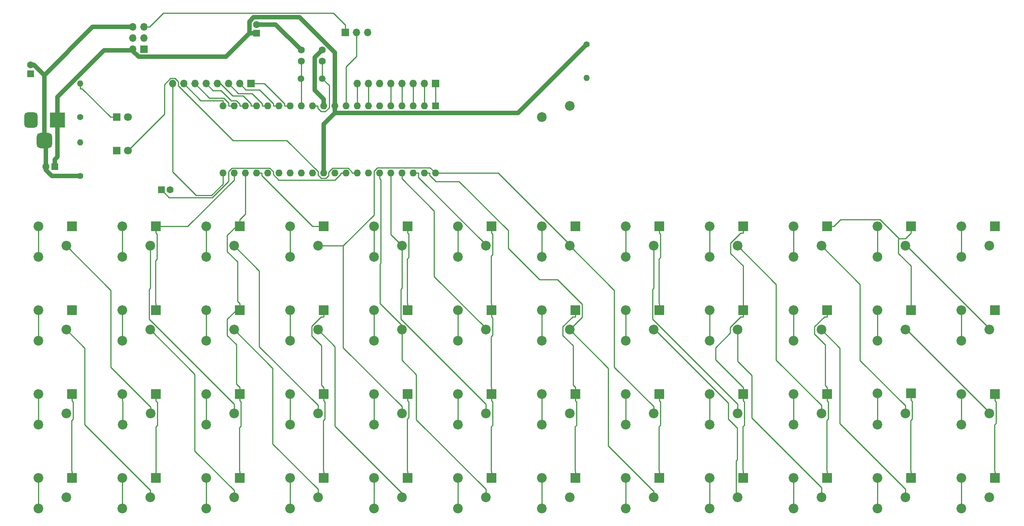
<source format=gbr>
%TF.GenerationSoftware,KiCad,Pcbnew,(6.0.0-0)*%
%TF.CreationDate,2022-09-22T00:13:08-04:00*%
%TF.ProjectId,justin-freetracing,6a757374-696e-42d6-9672-656574726163,rev?*%
%TF.SameCoordinates,Original*%
%TF.FileFunction,Copper,L2,Bot*%
%TF.FilePolarity,Positive*%
%FSLAX46Y46*%
G04 Gerber Fmt 4.6, Leading zero omitted, Abs format (unit mm)*
G04 Created by KiCad (PCBNEW (6.0.0-0)) date 2022-09-22 00:13:08*
%MOMM*%
%LPD*%
G01*
G04 APERTURE LIST*
G04 Aperture macros list*
%AMRoundRect*
0 Rectangle with rounded corners*
0 $1 Rounding radius*
0 $2 $3 $4 $5 $6 $7 $8 $9 X,Y pos of 4 corners*
0 Add a 4 corners polygon primitive as box body*
4,1,4,$2,$3,$4,$5,$6,$7,$8,$9,$2,$3,0*
0 Add four circle primitives for the rounded corners*
1,1,$1+$1,$2,$3*
1,1,$1+$1,$4,$5*
1,1,$1+$1,$6,$7*
1,1,$1+$1,$8,$9*
0 Add four rect primitives between the rounded corners*
20,1,$1+$1,$2,$3,$4,$5,0*
20,1,$1+$1,$4,$5,$6,$7,0*
20,1,$1+$1,$6,$7,$8,$9,0*
20,1,$1+$1,$8,$9,$2,$3,0*%
G04 Aperture macros list end*
%TA.AperFunction,ComponentPad*%
%ADD10C,2.200000*%
%TD*%
%TA.AperFunction,ComponentPad*%
%ADD11R,1.700000X1.700000*%
%TD*%
%TA.AperFunction,ComponentPad*%
%ADD12O,1.700000X1.700000*%
%TD*%
%TA.AperFunction,ComponentPad*%
%ADD13R,1.600000X1.600000*%
%TD*%
%TA.AperFunction,ComponentPad*%
%ADD14C,1.600000*%
%TD*%
%TA.AperFunction,ComponentPad*%
%ADD15O,1.600000X1.600000*%
%TD*%
%TA.AperFunction,ComponentPad*%
%ADD16R,1.800000X1.800000*%
%TD*%
%TA.AperFunction,ComponentPad*%
%ADD17C,1.800000*%
%TD*%
%TA.AperFunction,ComponentPad*%
%ADD18C,1.400000*%
%TD*%
%TA.AperFunction,ComponentPad*%
%ADD19O,1.400000X1.400000*%
%TD*%
%TA.AperFunction,ComponentPad*%
%ADD20R,3.500000X3.500000*%
%TD*%
%TA.AperFunction,ComponentPad*%
%ADD21RoundRect,0.750000X-0.750000X-1.000000X0.750000X-1.000000X0.750000X1.000000X-0.750000X1.000000X0*%
%TD*%
%TA.AperFunction,ComponentPad*%
%ADD22RoundRect,0.875000X-0.875000X-0.875000X0.875000X-0.875000X0.875000X0.875000X-0.875000X0.875000X0*%
%TD*%
%TA.AperFunction,ComponentPad*%
%ADD23C,1.500000*%
%TD*%
%TA.AperFunction,ComponentPad*%
%ADD24R,2.200000X2.200000*%
%TD*%
%TA.AperFunction,ComponentPad*%
%ADD25O,2.200000X2.200000*%
%TD*%
%TA.AperFunction,Conductor*%
%ADD26C,0.250000*%
%TD*%
%TA.AperFunction,Conductor*%
%ADD27C,1.000000*%
%TD*%
G04 APERTURE END LIST*
D10*
%TO.P,K27,1,1*%
%TO.N,/KR2*%
X139700000Y-139700000D03*
%TO.P,K27,2,2*%
%TO.N,Net-(D27-Pad2)*%
X133350000Y-142240000D03*
%TD*%
%TO.P,K6,1,1*%
%TO.N,/KR5*%
X44450000Y-120650000D03*
%TO.P,K6,2,2*%
%TO.N,Net-(D6-Pad2)*%
X38100000Y-123190000D03*
%TD*%
%TO.P,K26,1,1*%
%TO.N,/KR1*%
X139700000Y-120650000D03*
%TO.P,K26,2,2*%
%TO.N,Net-(D26-Pad2)*%
X133350000Y-123190000D03*
%TD*%
%TO.P,K25,1,1*%
%TO.N,/KR0*%
X139700000Y-101600000D03*
%TO.P,K25,2,2*%
%TO.N,Net-(D25-Pad2)*%
X133350000Y-104140000D03*
%TD*%
D11*
%TO.P,J3,1,Pin_1*%
%TO.N,/PB0*%
X109220000Y-64770000D03*
D12*
%TO.P,J3,2,Pin_2*%
%TO.N,/PB1*%
X106680000Y-64770000D03*
%TO.P,J3,3,Pin_3*%
%TO.N,/PB2*%
X104140000Y-64770000D03*
%TO.P,J3,4,Pin_4*%
%TO.N,/PB3*%
X101600000Y-64770000D03*
%TO.P,J3,5,Pin_5*%
%TO.N,/PB4*%
X99060000Y-64770000D03*
%TO.P,J3,6,Pin_6*%
%TO.N,/MOSI*%
X96520000Y-64770000D03*
%TO.P,J3,7,Pin_7*%
%TO.N,/MISO*%
X93980000Y-64770000D03*
%TO.P,J3,8,Pin_8*%
%TO.N,/PB7*%
X91440000Y-64770000D03*
%TD*%
D13*
%TO.P,C5,1*%
%TO.N,VCC*%
X17280000Y-62520000D03*
D14*
%TO.P,C5,2*%
%TO.N,GND*%
X17280000Y-60520000D03*
%TD*%
D13*
%TO.P,U1,1,PB0*%
%TO.N,/PB0*%
X109220000Y-69850000D03*
D15*
%TO.P,U1,2,PB1*%
%TO.N,/PB1*%
X106680000Y-69850000D03*
%TO.P,U1,3,PB2*%
%TO.N,/PB2*%
X104140000Y-69850000D03*
%TO.P,U1,4,PB3*%
%TO.N,/PB3*%
X101600000Y-69850000D03*
%TO.P,U1,5,PB4*%
%TO.N,/PB4*%
X99060000Y-69850000D03*
%TO.P,U1,6,PB5*%
%TO.N,/MOSI*%
X96520000Y-69850000D03*
%TO.P,U1,7,PB6*%
%TO.N,/MISO*%
X93980000Y-69850000D03*
%TO.P,U1,8,PB7*%
%TO.N,/PB7*%
X91440000Y-69850000D03*
%TO.P,U1,9,~{RESET}*%
%TO.N,Net-(SW1-Pad2)*%
X88900000Y-69850000D03*
%TO.P,U1,10,VCC*%
%TO.N,VCC*%
X86360000Y-69850000D03*
%TO.P,U1,11,GND*%
%TO.N,GND*%
X83820000Y-69850000D03*
%TO.P,U1,12,XTAL2*%
%TO.N,Net-(C2-Pad2)*%
X81280000Y-69850000D03*
%TO.P,U1,13,XTAL1*%
%TO.N,Net-(C1-Pad2)*%
X78740000Y-69850000D03*
%TO.P,U1,14,PD0*%
%TO.N,/PD0*%
X76200000Y-69850000D03*
%TO.P,U1,15,PD1*%
%TO.N,/PD1*%
X73660000Y-69850000D03*
%TO.P,U1,16,PD2*%
%TO.N,/PD2*%
X71120000Y-69850000D03*
%TO.P,U1,17,PD3*%
%TO.N,/PD3*%
X68580000Y-69850000D03*
%TO.P,U1,18,PD4*%
%TO.N,/PD4*%
X66040000Y-69850000D03*
%TO.P,U1,19,PD5*%
%TO.N,/PD5*%
X63500000Y-69850000D03*
%TO.P,U1,20,PD6*%
%TO.N,/PD6*%
X60960000Y-69850000D03*
%TO.P,U1,21,PD7*%
%TO.N,/PD7*%
X60960000Y-85090000D03*
%TO.P,U1,22,PC0*%
%TO.N,/KC0*%
X63500000Y-85090000D03*
%TO.P,U1,23,PC1*%
%TO.N,/KC1*%
X66040000Y-85090000D03*
%TO.P,U1,24,PC2*%
%TO.N,/KC2*%
X68580000Y-85090000D03*
%TO.P,U1,25,PC3*%
%TO.N,/KC3*%
X71120000Y-85090000D03*
%TO.P,U1,26,PC4*%
%TO.N,/KC4*%
X73660000Y-85090000D03*
%TO.P,U1,27,PC5*%
%TO.N,/KC5*%
X76200000Y-85090000D03*
%TO.P,U1,28,PC6*%
%TO.N,/KC6*%
X78740000Y-85090000D03*
%TO.P,U1,29,PC7*%
%TO.N,/KC7*%
X81280000Y-85090000D03*
%TO.P,U1,30,AVCC*%
%TO.N,VCC*%
X83820000Y-85090000D03*
%TO.P,U1,31,GND*%
%TO.N,GND*%
X86360000Y-85090000D03*
%TO.P,U1,32,AREF*%
%TO.N,Net-(C3-Pad1)*%
X88900000Y-85090000D03*
%TO.P,U1,33,PA7*%
%TO.N,/PA7*%
X91440000Y-85090000D03*
%TO.P,U1,34,PA6*%
%TO.N,/PA6*%
X93980000Y-85090000D03*
%TO.P,U1,35,PA5*%
%TO.N,/KR5*%
X96520000Y-85090000D03*
%TO.P,U1,36,PA4*%
%TO.N,/KR4*%
X99060000Y-85090000D03*
%TO.P,U1,37,PA3*%
%TO.N,/KR3*%
X101600000Y-85090000D03*
%TO.P,U1,38,PA2*%
%TO.N,/KR2*%
X104140000Y-85090000D03*
%TO.P,U1,39,PA1*%
%TO.N,/KR1*%
X106680000Y-85090000D03*
%TO.P,U1,40,PA0*%
%TO.N,/KR0*%
X109220000Y-85090000D03*
%TD*%
D10*
%TO.P,K44,1,1*%
%TO.N,/KR1*%
X215900000Y-158750000D03*
%TO.P,K44,2,2*%
%TO.N,Net-(D44-Pad2)*%
X209550000Y-161290000D03*
%TD*%
%TO.P,K33,1,1*%
%TO.N,/KR2*%
X177800000Y-101600000D03*
%TO.P,K33,2,2*%
%TO.N,Net-(D33-Pad2)*%
X171450000Y-104140000D03*
%TD*%
%TO.P,K2,1,1*%
%TO.N,/KR1*%
X25400000Y-120650000D03*
%TO.P,K2,2,2*%
%TO.N,Net-(D2-Pad2)*%
X19050000Y-123190000D03*
%TD*%
D13*
%TO.P,C3,1*%
%TO.N,Net-(C3-Pad1)*%
X46990000Y-88900000D03*
D14*
%TO.P,C3,2*%
%TO.N,GND*%
X48990000Y-88900000D03*
%TD*%
D10*
%TO.P,K36,1,1*%
%TO.N,/KR5*%
X177800000Y-158750000D03*
%TO.P,K36,2,2*%
%TO.N,Net-(D36-Pad2)*%
X171450000Y-161290000D03*
%TD*%
%TO.P,K8,1,1*%
%TO.N,/KR1*%
X44450000Y-158750000D03*
%TO.P,K8,2,2*%
%TO.N,Net-(D8-Pad2)*%
X38100000Y-161290000D03*
%TD*%
D16*
%TO.P,D50,1,K*%
%TO.N,Net-(D50-Pad1)*%
X36830000Y-80010000D03*
D17*
%TO.P,D50,2,A*%
%TO.N,/PA7*%
X39370000Y-80010000D03*
%TD*%
D10*
%TO.P,K12,1,1*%
%TO.N,/KR5*%
X63500000Y-158750000D03*
%TO.P,K12,2,2*%
%TO.N,Net-(D12-Pad2)*%
X57150000Y-161290000D03*
%TD*%
%TO.P,K5,1,1*%
%TO.N,/KR4*%
X44450000Y-101600000D03*
%TO.P,K5,2,2*%
%TO.N,Net-(D5-Pad2)*%
X38100000Y-104140000D03*
%TD*%
%TO.P,K14,1,1*%
%TO.N,/KR1*%
X82550000Y-120650000D03*
%TO.P,K14,2,2*%
%TO.N,Net-(D14-Pad2)*%
X76200000Y-123190000D03*
%TD*%
%TO.P,K38,1,1*%
%TO.N,/KR1*%
X196850000Y-120650000D03*
%TO.P,K38,2,2*%
%TO.N,Net-(D38-Pad2)*%
X190500000Y-123190000D03*
%TD*%
D13*
%TO.P,C4,1*%
%TO.N,VCC*%
X68580000Y-53340000D03*
D14*
%TO.P,C4,2*%
%TO.N,GND*%
X68580000Y-51340000D03*
%TD*%
D10*
%TO.P,K23,1,1*%
%TO.N,/KR4*%
X120650000Y-139700000D03*
%TO.P,K23,2,2*%
%TO.N,Net-(D23-Pad2)*%
X114300000Y-142240000D03*
%TD*%
%TO.P,K16,1,1*%
%TO.N,/KR3*%
X82550000Y-158750000D03*
%TO.P,K16,2,2*%
%TO.N,Net-(D16-Pad2)*%
X76200000Y-161290000D03*
%TD*%
D18*
%TO.P,R1,1*%
%TO.N,GND*%
X28575000Y-72390000D03*
D19*
%TO.P,R1,2*%
%TO.N,Net-(D49-Pad1)*%
X28575000Y-64770000D03*
%TD*%
D10*
%TO.P,K10,1,1*%
%TO.N,/KR3*%
X63500000Y-120650000D03*
%TO.P,K10,2,2*%
%TO.N,Net-(D10-Pad2)*%
X57150000Y-123190000D03*
%TD*%
%TO.P,K43,1,1*%
%TO.N,/KR0*%
X215900000Y-139700000D03*
%TO.P,K43,2,2*%
%TO.N,Net-(D43-Pad2)*%
X209550000Y-142240000D03*
%TD*%
%TO.P,K49,1,1*%
%TO.N,Net-(K49-Pad1)*%
X139700000Y-69850000D03*
%TO.P,K49,2,2*%
%TO.N,GND*%
X133350000Y-72390000D03*
%TD*%
%TO.P,K48,1,1*%
%TO.N,/KR5*%
X234950000Y-139700000D03*
%TO.P,K48,2,2*%
%TO.N,Net-(D48-Pad2)*%
X228600000Y-142240000D03*
%TD*%
%TO.P,K13,1,1*%
%TO.N,/KR0*%
X82550000Y-101600000D03*
%TO.P,K13,2,2*%
%TO.N,Net-(D13-Pad2)*%
X76200000Y-104140000D03*
%TD*%
D11*
%TO.P,SW1,1,A*%
%TO.N,/~RESET*%
X88740000Y-53117500D03*
D12*
%TO.P,SW1,2,B*%
%TO.N,Net-(SW1-Pad2)*%
X91280000Y-53117500D03*
%TO.P,SW1,3,C*%
%TO.N,Net-(K49-Pad1)*%
X93820000Y-53117500D03*
%TD*%
D10*
%TO.P,K29,1,1*%
%TO.N,/KR4*%
X158750000Y-101600000D03*
%TO.P,K29,2,2*%
%TO.N,Net-(D29-Pad2)*%
X152400000Y-104140000D03*
%TD*%
%TO.P,K15,1,1*%
%TO.N,/KR2*%
X82550000Y-139700000D03*
%TO.P,K15,2,2*%
%TO.N,Net-(D15-Pad2)*%
X76200000Y-142240000D03*
%TD*%
%TO.P,K7,1,1*%
%TO.N,/KR0*%
X44577000Y-139700000D03*
%TO.P,K7,2,2*%
%TO.N,Net-(D7-Pad2)*%
X38227000Y-142240000D03*
%TD*%
%TO.P,K47,1,1*%
%TO.N,/KR4*%
X234950000Y-120650000D03*
%TO.P,K47,2,2*%
%TO.N,Net-(D47-Pad2)*%
X228600000Y-123190000D03*
%TD*%
%TO.P,K28,1,1*%
%TO.N,/KR3*%
X139700000Y-158750000D03*
%TO.P,K28,2,2*%
%TO.N,Net-(D28-Pad2)*%
X133350000Y-161290000D03*
%TD*%
%TO.P,K46,1,1*%
%TO.N,/KR3*%
X234950000Y-101600000D03*
%TO.P,K46,2,2*%
%TO.N,Net-(D46-Pad2)*%
X228600000Y-104140000D03*
%TD*%
%TO.P,K9,1,1*%
%TO.N,/KR2*%
X63500000Y-101600000D03*
%TO.P,K9,2,2*%
%TO.N,Net-(D9-Pad2)*%
X57150000Y-104140000D03*
%TD*%
D13*
%TO.P,C6,1*%
%TO.N,VCC*%
X22800000Y-83640000D03*
D14*
%TO.P,C6,2*%
%TO.N,GND*%
X20800000Y-83640000D03*
%TD*%
D10*
%TO.P,K20,1,1*%
%TO.N,/KR1*%
X101600000Y-158750000D03*
%TO.P,K20,2,2*%
%TO.N,Net-(D20-Pad2)*%
X95250000Y-161290000D03*
%TD*%
%TO.P,K45,1,1*%
%TO.N,/KR2*%
X234950000Y-158750000D03*
%TO.P,K45,2,2*%
%TO.N,Net-(D45-Pad2)*%
X228600000Y-161290000D03*
%TD*%
D18*
%TO.P,R2,1*%
%TO.N,GND*%
X28575000Y-85725000D03*
D19*
%TO.P,R2,2*%
%TO.N,Net-(D50-Pad1)*%
X28575000Y-78105000D03*
%TD*%
D10*
%TO.P,K17,1,1*%
%TO.N,/KR4*%
X101600000Y-101600000D03*
%TO.P,K17,2,2*%
%TO.N,Net-(D17-Pad2)*%
X95250000Y-104140000D03*
%TD*%
%TO.P,K34,1,1*%
%TO.N,/KR3*%
X177800000Y-120650000D03*
%TO.P,K34,2,2*%
%TO.N,Net-(D34-Pad2)*%
X171450000Y-123190000D03*
%TD*%
%TO.P,K32,1,1*%
%TO.N,/KR1*%
X158750000Y-158750000D03*
%TO.P,K32,2,2*%
%TO.N,Net-(D32-Pad2)*%
X152400000Y-161290000D03*
%TD*%
%TO.P,K40,1,1*%
%TO.N,/KR3*%
X196850000Y-158750000D03*
%TO.P,K40,2,2*%
%TO.N,Net-(D40-Pad2)*%
X190500000Y-161290000D03*
%TD*%
%TO.P,K31,1,1*%
%TO.N,/KR0*%
X158750000Y-139700000D03*
%TO.P,K31,2,2*%
%TO.N,Net-(D31-Pad2)*%
X152400000Y-142240000D03*
%TD*%
%TO.P,K18,1,1*%
%TO.N,/KR5*%
X101600000Y-120650000D03*
%TO.P,K18,2,2*%
%TO.N,Net-(D18-Pad2)*%
X95250000Y-123190000D03*
%TD*%
%TO.P,K41,1,1*%
%TO.N,/KR4*%
X215900000Y-101600000D03*
%TO.P,K41,2,2*%
%TO.N,Net-(D41-Pad2)*%
X209550000Y-104140000D03*
%TD*%
%TO.P,K39,1,1*%
%TO.N,/KR2*%
X196850000Y-139700000D03*
%TO.P,K39,2,2*%
%TO.N,Net-(D39-Pad2)*%
X190500000Y-142240000D03*
%TD*%
%TO.P,K21,1,1*%
%TO.N,/KR2*%
X120650000Y-101600000D03*
%TO.P,K21,2,2*%
%TO.N,Net-(D21-Pad2)*%
X114300000Y-104140000D03*
%TD*%
D11*
%TO.P,J2,1,Pin_1*%
%TO.N,/MISO*%
X43060000Y-56980000D03*
D12*
%TO.P,J2,2,Pin_2*%
%TO.N,VCC*%
X40520000Y-56980000D03*
%TO.P,J2,3,Pin_3*%
%TO.N,/PB7*%
X43060000Y-54440000D03*
%TO.P,J2,4,Pin_4*%
%TO.N,/MOSI*%
X40520000Y-54440000D03*
%TO.P,J2,5,Pin_5*%
%TO.N,/~RESET*%
X43060000Y-51900000D03*
%TO.P,J2,6,Pin_6*%
%TO.N,GND*%
X40520000Y-51900000D03*
%TD*%
D18*
%TO.P,R3,1*%
%TO.N,VCC*%
X143510000Y-55880000D03*
D19*
%TO.P,R3,2*%
%TO.N,Net-(K49-Pad1)*%
X143510000Y-63500000D03*
%TD*%
D20*
%TO.P,J5,1*%
%TO.N,VCC*%
X23400000Y-73022500D03*
D21*
%TO.P,J5,2*%
%TO.N,unconnected-(J5-Pad2)*%
X17400000Y-73022500D03*
D22*
%TO.P,J5,3*%
%TO.N,GND*%
X20400000Y-77722500D03*
%TD*%
D14*
%TO.P,C2,1*%
%TO.N,GND*%
X83490000Y-57130000D03*
%TO.P,C2,2*%
%TO.N,Net-(C2-Pad2)*%
X83490000Y-59630000D03*
%TD*%
D10*
%TO.P,K37,1,1*%
%TO.N,/KR0*%
X196850000Y-101600000D03*
%TO.P,K37,2,2*%
%TO.N,Net-(D37-Pad2)*%
X190500000Y-104140000D03*
%TD*%
D16*
%TO.P,D49,1,K*%
%TO.N,Net-(D49-Pad1)*%
X36830000Y-72390000D03*
D17*
%TO.P,D49,2,A*%
%TO.N,/PA6*%
X39370000Y-72390000D03*
%TD*%
D11*
%TO.P,J1,1,Pin_1*%
%TO.N,/PD0*%
X67310000Y-64770000D03*
D12*
%TO.P,J1,2,Pin_2*%
%TO.N,/PD1*%
X64770000Y-64770000D03*
%TO.P,J1,3,Pin_3*%
%TO.N,/PD2*%
X62230000Y-64770000D03*
%TO.P,J1,4,Pin_4*%
%TO.N,/PD3*%
X59690000Y-64770000D03*
%TO.P,J1,5,Pin_5*%
%TO.N,/PD4*%
X57150000Y-64770000D03*
%TO.P,J1,6,Pin_6*%
%TO.N,/PD5*%
X54610000Y-64770000D03*
%TO.P,J1,7,Pin_7*%
%TO.N,/PD6*%
X52070000Y-64770000D03*
%TO.P,J1,8,Pin_8*%
%TO.N,/PD7*%
X49530000Y-64770000D03*
%TD*%
D10*
%TO.P,K3,1,1*%
%TO.N,/KR2*%
X25400000Y-139700000D03*
%TO.P,K3,2,2*%
%TO.N,Net-(D3-Pad2)*%
X19050000Y-142240000D03*
%TD*%
%TO.P,K24,1,1*%
%TO.N,/KR5*%
X120650000Y-158750000D03*
%TO.P,K24,2,2*%
%TO.N,Net-(D24-Pad2)*%
X114300000Y-161290000D03*
%TD*%
D14*
%TO.P,C1,1*%
%TO.N,GND*%
X78740000Y-57150000D03*
%TO.P,C1,2*%
%TO.N,Net-(C1-Pad2)*%
X78740000Y-59650000D03*
%TD*%
D10*
%TO.P,K1,1,1*%
%TO.N,/KR0*%
X25400000Y-101600000D03*
%TO.P,K1,2,2*%
%TO.N,Net-(D1-Pad2)*%
X19050000Y-104140000D03*
%TD*%
%TO.P,K42,1,1*%
%TO.N,/KR5*%
X215900000Y-120650000D03*
%TO.P,K42,2,2*%
%TO.N,Net-(D42-Pad2)*%
X209550000Y-123190000D03*
%TD*%
%TO.P,K19,1,1*%
%TO.N,/KR0*%
X101600000Y-139700000D03*
%TO.P,K19,2,2*%
%TO.N,Net-(D19-Pad2)*%
X95250000Y-142240000D03*
%TD*%
%TO.P,K35,1,1*%
%TO.N,/KR4*%
X177800000Y-139700000D03*
%TO.P,K35,2,2*%
%TO.N,Net-(D35-Pad2)*%
X171450000Y-142240000D03*
%TD*%
%TO.P,K11,1,1*%
%TO.N,/KR4*%
X63500000Y-139700000D03*
%TO.P,K11,2,2*%
%TO.N,Net-(D11-Pad2)*%
X57150000Y-142240000D03*
%TD*%
%TO.P,K22,1,1*%
%TO.N,/KR3*%
X120650000Y-120650000D03*
%TO.P,K22,2,2*%
%TO.N,Net-(D22-Pad2)*%
X114300000Y-123190000D03*
%TD*%
%TO.P,K4,1,1*%
%TO.N,/KR3*%
X25400000Y-158750000D03*
%TO.P,K4,2,2*%
%TO.N,Net-(D4-Pad2)*%
X19050000Y-161290000D03*
%TD*%
D23*
%TO.P,Y1,1,1*%
%TO.N,Net-(C2-Pad2)*%
X83545000Y-63655000D03*
%TO.P,Y1,2,2*%
%TO.N,Net-(C1-Pad2)*%
X78665000Y-63655000D03*
%TD*%
D10*
%TO.P,K30,1,1*%
%TO.N,/KR5*%
X158750000Y-120650000D03*
%TO.P,K30,2,2*%
%TO.N,Net-(D30-Pad2)*%
X152400000Y-123190000D03*
%TD*%
D24*
%TO.P,D45,1,K*%
%TO.N,/KC7*%
X236220000Y-154305000D03*
D25*
%TO.P,D45,2,A*%
%TO.N,Net-(D45-Pad2)*%
X228600000Y-154305000D03*
%TD*%
D24*
%TO.P,D17,1,K*%
%TO.N,/KC2*%
X102870000Y-97155000D03*
D25*
%TO.P,D17,2,A*%
%TO.N,Net-(D17-Pad2)*%
X95250000Y-97155000D03*
%TD*%
D24*
%TO.P,D25,1,K*%
%TO.N,/KC4*%
X140970000Y-97155000D03*
D25*
%TO.P,D25,2,A*%
%TO.N,Net-(D25-Pad2)*%
X133350000Y-97155000D03*
%TD*%
D24*
%TO.P,D23,1,K*%
%TO.N,/KC3*%
X121920000Y-135255000D03*
D25*
%TO.P,D23,2,A*%
%TO.N,Net-(D23-Pad2)*%
X114300000Y-135255000D03*
%TD*%
D24*
%TO.P,D7,1,K*%
%TO.N,/KC1*%
X45720000Y-135255000D03*
D25*
%TO.P,D7,2,A*%
%TO.N,Net-(D7-Pad2)*%
X38100000Y-135255000D03*
%TD*%
D24*
%TO.P,D37,1,K*%
%TO.N,/KC6*%
X198120000Y-97155000D03*
D25*
%TO.P,D37,2,A*%
%TO.N,Net-(D37-Pad2)*%
X190500000Y-97155000D03*
%TD*%
D24*
%TO.P,D41,1,K*%
%TO.N,/KC6*%
X217170000Y-97155000D03*
D25*
%TO.P,D41,2,A*%
%TO.N,Net-(D41-Pad2)*%
X209550000Y-97155000D03*
%TD*%
D24*
%TO.P,D28,1,K*%
%TO.N,/KC4*%
X140970000Y-154305000D03*
D25*
%TO.P,D28,2,A*%
%TO.N,Net-(D28-Pad2)*%
X133350000Y-154305000D03*
%TD*%
D24*
%TO.P,D11,1,K*%
%TO.N,/KC1*%
X64770000Y-135255000D03*
D25*
%TO.P,D11,2,A*%
%TO.N,Net-(D11-Pad2)*%
X57150000Y-135255000D03*
%TD*%
D24*
%TO.P,D43,1,K*%
%TO.N,/KC7*%
X217170000Y-135128000D03*
D25*
%TO.P,D43,2,A*%
%TO.N,Net-(D43-Pad2)*%
X209550000Y-135128000D03*
%TD*%
D24*
%TO.P,D21,1,K*%
%TO.N,/KC3*%
X121920000Y-97155000D03*
D25*
%TO.P,D21,2,A*%
%TO.N,Net-(D21-Pad2)*%
X114300000Y-97155000D03*
%TD*%
D24*
%TO.P,D27,1,K*%
%TO.N,/KC4*%
X140970000Y-135255000D03*
D25*
%TO.P,D27,2,A*%
%TO.N,Net-(D27-Pad2)*%
X133350000Y-135255000D03*
%TD*%
D24*
%TO.P,D35,1,K*%
%TO.N,/KC5*%
X179070000Y-135255000D03*
D25*
%TO.P,D35,2,A*%
%TO.N,Net-(D35-Pad2)*%
X171450000Y-135255000D03*
%TD*%
D24*
%TO.P,D16,1,K*%
%TO.N,/KC2*%
X83820000Y-154305000D03*
D25*
%TO.P,D16,2,A*%
%TO.N,Net-(D16-Pad2)*%
X76200000Y-154305000D03*
%TD*%
D24*
%TO.P,D19,1,K*%
%TO.N,/KC3*%
X102870000Y-135255000D03*
D25*
%TO.P,D19,2,A*%
%TO.N,Net-(D19-Pad2)*%
X95250000Y-135255000D03*
%TD*%
D24*
%TO.P,D42,1,K*%
%TO.N,/KC6*%
X217170000Y-116205000D03*
D25*
%TO.P,D42,2,A*%
%TO.N,Net-(D42-Pad2)*%
X209550000Y-116205000D03*
%TD*%
D24*
%TO.P,D31,1,K*%
%TO.N,/KC5*%
X160020000Y-135255000D03*
D25*
%TO.P,D31,2,A*%
%TO.N,Net-(D31-Pad2)*%
X152400000Y-135255000D03*
%TD*%
D24*
%TO.P,D38,1,K*%
%TO.N,/KC6*%
X198120000Y-116205000D03*
D25*
%TO.P,D38,2,A*%
%TO.N,Net-(D38-Pad2)*%
X190500000Y-116205000D03*
%TD*%
D24*
%TO.P,D15,1,K*%
%TO.N,/KC2*%
X83820000Y-135255000D03*
D25*
%TO.P,D15,2,A*%
%TO.N,Net-(D15-Pad2)*%
X76200000Y-135255000D03*
%TD*%
D24*
%TO.P,D34,1,K*%
%TO.N,/KC5*%
X179070000Y-116205000D03*
D25*
%TO.P,D34,2,A*%
%TO.N,Net-(D34-Pad2)*%
X171450000Y-116205000D03*
%TD*%
D24*
%TO.P,D10,1,K*%
%TO.N,/KC1*%
X64770000Y-116205000D03*
D25*
%TO.P,D10,2,A*%
%TO.N,Net-(D10-Pad2)*%
X57150000Y-116205000D03*
%TD*%
D24*
%TO.P,D40,1,K*%
%TO.N,/KC6*%
X198120000Y-154305000D03*
D25*
%TO.P,D40,2,A*%
%TO.N,Net-(D40-Pad2)*%
X190500000Y-154305000D03*
%TD*%
D24*
%TO.P,D13,1,K*%
%TO.N,/KC2*%
X83820000Y-97155000D03*
D25*
%TO.P,D13,2,A*%
%TO.N,Net-(D13-Pad2)*%
X76200000Y-97155000D03*
%TD*%
D24*
%TO.P,D29,1,K*%
%TO.N,/KC4*%
X160020000Y-97155000D03*
D25*
%TO.P,D29,2,A*%
%TO.N,Net-(D29-Pad2)*%
X152400000Y-97155000D03*
%TD*%
D24*
%TO.P,D6,1,K*%
%TO.N,/KC0*%
X45720000Y-116205000D03*
D25*
%TO.P,D6,2,A*%
%TO.N,Net-(D6-Pad2)*%
X38100000Y-116205000D03*
%TD*%
D24*
%TO.P,D5,1,K*%
%TO.N,/KC0*%
X45720000Y-97155000D03*
D25*
%TO.P,D5,2,A*%
%TO.N,Net-(D5-Pad2)*%
X38100000Y-97155000D03*
%TD*%
D24*
%TO.P,D12,1,K*%
%TO.N,/KC1*%
X64770000Y-154305000D03*
D25*
%TO.P,D12,2,A*%
%TO.N,Net-(D12-Pad2)*%
X57150000Y-154305000D03*
%TD*%
D24*
%TO.P,D32,1,K*%
%TO.N,/KC5*%
X160020000Y-154305000D03*
D25*
%TO.P,D32,2,A*%
%TO.N,Net-(D32-Pad2)*%
X152400000Y-154305000D03*
%TD*%
D24*
%TO.P,D44,1,K*%
%TO.N,/KC7*%
X217170000Y-154305000D03*
D25*
%TO.P,D44,2,A*%
%TO.N,Net-(D44-Pad2)*%
X209550000Y-154305000D03*
%TD*%
D24*
%TO.P,D8,1,K*%
%TO.N,/KC1*%
X45720000Y-154305000D03*
D25*
%TO.P,D8,2,A*%
%TO.N,Net-(D8-Pad2)*%
X38100000Y-154305000D03*
%TD*%
D24*
%TO.P,D9,1,K*%
%TO.N,/KC1*%
X64770000Y-97155000D03*
D25*
%TO.P,D9,2,A*%
%TO.N,Net-(D9-Pad2)*%
X57150000Y-97155000D03*
%TD*%
D24*
%TO.P,D14,1,K*%
%TO.N,/KC2*%
X83820000Y-116205000D03*
D25*
%TO.P,D14,2,A*%
%TO.N,Net-(D14-Pad2)*%
X76200000Y-116205000D03*
%TD*%
D24*
%TO.P,D20,1,K*%
%TO.N,/KC3*%
X102870000Y-154305000D03*
D25*
%TO.P,D20,2,A*%
%TO.N,Net-(D20-Pad2)*%
X95250000Y-154305000D03*
%TD*%
D24*
%TO.P,D46,1,K*%
%TO.N,/KC7*%
X236220000Y-97155000D03*
D25*
%TO.P,D46,2,A*%
%TO.N,Net-(D46-Pad2)*%
X228600000Y-97155000D03*
%TD*%
D24*
%TO.P,D18,1,K*%
%TO.N,/KC2*%
X102870000Y-116205000D03*
D25*
%TO.P,D18,2,A*%
%TO.N,Net-(D18-Pad2)*%
X95250000Y-116205000D03*
%TD*%
D24*
%TO.P,D47,1,K*%
%TO.N,/KC7*%
X236220000Y-116205000D03*
D25*
%TO.P,D47,2,A*%
%TO.N,Net-(D47-Pad2)*%
X228600000Y-116205000D03*
%TD*%
D24*
%TO.P,D24,1,K*%
%TO.N,/KC3*%
X121920000Y-154305000D03*
D25*
%TO.P,D24,2,A*%
%TO.N,Net-(D24-Pad2)*%
X114300000Y-154305000D03*
%TD*%
D24*
%TO.P,D22,1,K*%
%TO.N,/KC3*%
X121920000Y-116205000D03*
D25*
%TO.P,D22,2,A*%
%TO.N,Net-(D22-Pad2)*%
X114300000Y-116205000D03*
%TD*%
D24*
%TO.P,D4,1,K*%
%TO.N,/KC0*%
X26670000Y-154305000D03*
D25*
%TO.P,D4,2,A*%
%TO.N,Net-(D4-Pad2)*%
X19050000Y-154305000D03*
%TD*%
D24*
%TO.P,D3,1,K*%
%TO.N,/KC0*%
X26670000Y-135255000D03*
D25*
%TO.P,D3,2,A*%
%TO.N,Net-(D3-Pad2)*%
X19050000Y-135255000D03*
%TD*%
D24*
%TO.P,D1,1,K*%
%TO.N,/KC0*%
X26670000Y-97155000D03*
D25*
%TO.P,D1,2,A*%
%TO.N,Net-(D1-Pad2)*%
X19050000Y-97155000D03*
%TD*%
D24*
%TO.P,D33,1,K*%
%TO.N,/KC5*%
X179070000Y-97155000D03*
D25*
%TO.P,D33,2,A*%
%TO.N,Net-(D33-Pad2)*%
X171450000Y-97155000D03*
%TD*%
D24*
%TO.P,D2,1,K*%
%TO.N,/KC0*%
X26670000Y-116205000D03*
D25*
%TO.P,D2,2,A*%
%TO.N,Net-(D2-Pad2)*%
X19050000Y-116205000D03*
%TD*%
D24*
%TO.P,D39,1,K*%
%TO.N,/KC6*%
X198120000Y-135255000D03*
D25*
%TO.P,D39,2,A*%
%TO.N,Net-(D39-Pad2)*%
X190500000Y-135255000D03*
%TD*%
D24*
%TO.P,D26,1,K*%
%TO.N,/KC4*%
X140970000Y-116205000D03*
D25*
%TO.P,D26,2,A*%
%TO.N,Net-(D26-Pad2)*%
X133350000Y-116205000D03*
%TD*%
D24*
%TO.P,D48,1,K*%
%TO.N,/KC7*%
X236220000Y-135255000D03*
D25*
%TO.P,D48,2,A*%
%TO.N,Net-(D48-Pad2)*%
X228600000Y-135255000D03*
%TD*%
D24*
%TO.P,D36,1,K*%
%TO.N,/KC5*%
X179070000Y-154305000D03*
D25*
%TO.P,D36,2,A*%
%TO.N,Net-(D36-Pad2)*%
X171450000Y-154305000D03*
%TD*%
D24*
%TO.P,D30,1,K*%
%TO.N,/KC4*%
X160020000Y-116205000D03*
D25*
%TO.P,D30,2,A*%
%TO.N,Net-(D30-Pad2)*%
X152400000Y-116205000D03*
%TD*%
D26*
%TO.N,/KC0*%
X26947700Y-137058000D02*
X26947700Y-140942000D01*
X45720000Y-116205000D02*
X45720000Y-114680000D01*
X52982300Y-97155000D02*
X63500000Y-86637300D01*
X45978400Y-104589000D02*
X45978400Y-98938500D01*
X26612900Y-141277000D02*
X26612900Y-152723000D01*
X26670000Y-152780000D02*
X26670000Y-154305000D01*
X63500000Y-86637300D02*
X63500000Y-85090000D01*
X45720000Y-97155000D02*
X52982300Y-97155000D01*
X26947700Y-140942000D02*
X26612900Y-141277000D01*
X26612900Y-152723000D02*
X26670000Y-152780000D01*
X45650400Y-104917000D02*
X45978400Y-104589000D01*
X45720000Y-98680100D02*
X45720000Y-97155000D01*
X45650400Y-114610000D02*
X45650400Y-104917000D01*
X26670000Y-136780000D02*
X26947700Y-137058000D01*
X26670000Y-135255000D02*
X26670000Y-136780000D01*
X45978400Y-98938500D02*
X45720000Y-98680100D01*
X45720000Y-114680000D02*
X45650400Y-114610000D01*
%TO.N,Net-(D1-Pad2)*%
X19050000Y-97155000D02*
X19050000Y-104140000D01*
%TO.N,Net-(D2-Pad2)*%
X19050000Y-116205000D02*
X19050000Y-123190000D01*
%TO.N,Net-(D3-Pad2)*%
X19050000Y-135255000D02*
X19050000Y-142240000D01*
%TO.N,Net-(D4-Pad2)*%
X19050000Y-154305000D02*
X19050000Y-161290000D01*
%TO.N,Net-(D5-Pad2)*%
X38100000Y-97155000D02*
X38100000Y-104140000D01*
%TO.N,Net-(D6-Pad2)*%
X38100000Y-116205000D02*
X38100000Y-123190000D01*
%TO.N,/KC1*%
X64770000Y-114680000D02*
X64770000Y-115442000D01*
X64770000Y-97155000D02*
X64770000Y-96392400D01*
X64770000Y-96392400D02*
X64770000Y-95629900D01*
X66040000Y-94359900D02*
X66040000Y-85090000D01*
X46108300Y-137168000D02*
X46108300Y-142355000D01*
X65034800Y-142574000D02*
X65034800Y-137045000D01*
X64050200Y-124035000D02*
X61954800Y-121939000D01*
X45720000Y-135255000D02*
X45720000Y-136780000D01*
X61954800Y-118258000D02*
X64770000Y-115442000D01*
X46108300Y-142355000D02*
X45720000Y-142744000D01*
X64770000Y-154305000D02*
X64770000Y-152780000D01*
X61954800Y-121939000D02*
X61954800Y-118258000D01*
X64770000Y-95629900D02*
X66040000Y-94359900D01*
X64770000Y-116205000D02*
X64770000Y-115442000D01*
X64770000Y-133730000D02*
X64050200Y-133010000D01*
X61954800Y-99207600D02*
X61954800Y-102889000D01*
X64050200Y-133010000D02*
X64050200Y-124035000D01*
X64714300Y-152724000D02*
X64714300Y-142894000D01*
X64313200Y-105248000D02*
X64313200Y-114223000D01*
X45720000Y-142744000D02*
X45720000Y-154305000D01*
X64770000Y-135255000D02*
X64770000Y-133730000D01*
X45720000Y-136780000D02*
X46108300Y-137168000D01*
X64770000Y-152780000D02*
X64714300Y-152724000D01*
X64770000Y-96392400D02*
X61954800Y-99207600D01*
X64313200Y-114223000D02*
X64770000Y-114680000D01*
X64770000Y-136780000D02*
X64770000Y-135255000D01*
X61954800Y-102889000D02*
X64313200Y-105248000D01*
X64714300Y-142894000D02*
X65034800Y-142574000D01*
X65034800Y-137045000D02*
X64770000Y-136780000D01*
%TO.N,Net-(D7-Pad2)*%
X38100000Y-135255000D02*
X38100000Y-136780000D01*
X38227000Y-136907000D02*
X38227000Y-142240000D01*
X38100000Y-136780000D02*
X38227000Y-136907000D01*
%TO.N,Net-(D8-Pad2)*%
X38100000Y-154305000D02*
X38100000Y-161290000D01*
%TO.N,Net-(D9-Pad2)*%
X57150000Y-97155000D02*
X57150000Y-104140000D01*
%TO.N,Net-(D10-Pad2)*%
X57150000Y-116205000D02*
X57150000Y-123190000D01*
%TO.N,Net-(D11-Pad2)*%
X57150000Y-135255000D02*
X57150000Y-142240000D01*
%TO.N,Net-(D12-Pad2)*%
X57150000Y-154305000D02*
X57150000Y-161290000D01*
%TO.N,Net-(D13-Pad2)*%
X76200000Y-97155000D02*
X76200000Y-104140000D01*
%TO.N,Net-(D14-Pad2)*%
X76200000Y-123190000D02*
X76200000Y-116205000D01*
%TO.N,Net-(D15-Pad2)*%
X76200000Y-135255000D02*
X76200000Y-142240000D01*
%TO.N,Net-(D16-Pad2)*%
X76200000Y-154305000D02*
X76200000Y-161290000D01*
%TO.N,Net-(D17-Pad2)*%
X95250000Y-97155000D02*
X95250000Y-104140000D01*
%TO.N,Net-(D18-Pad2)*%
X95250000Y-116205000D02*
X95250000Y-123190000D01*
%TO.N,/KC3*%
X121863000Y-133673000D02*
X121863000Y-122227000D01*
X122198000Y-121892000D02*
X122198000Y-118008000D01*
X102814000Y-152724000D02*
X102870000Y-152780000D01*
X102870000Y-136780000D02*
X103160000Y-137070000D01*
X103160000Y-140612000D02*
X102814000Y-140958000D01*
X121864000Y-152724000D02*
X121920000Y-152780000D01*
X122198000Y-118008000D02*
X121920000Y-117730000D01*
X121920000Y-116205000D02*
X121920000Y-114680000D01*
X121920000Y-136780000D02*
X122217000Y-137077000D01*
X102870000Y-135255000D02*
X102870000Y-136780000D01*
X122179000Y-98938900D02*
X121920000Y-98680100D01*
X121863000Y-114623000D02*
X121863000Y-103955000D01*
X121920000Y-117730000D02*
X121920000Y-116205000D01*
X121864000Y-142672000D02*
X121864000Y-152724000D01*
X102870000Y-152780000D02*
X102870000Y-154305000D01*
X121920000Y-152780000D02*
X121920000Y-154305000D01*
X121920000Y-98680100D02*
X121920000Y-97155000D01*
X121863000Y-122227000D02*
X122198000Y-121892000D01*
X102814000Y-140958000D02*
X102814000Y-152724000D01*
X103160000Y-137070000D02*
X103160000Y-140612000D01*
X122217000Y-137077000D02*
X122217000Y-142319000D01*
X121920000Y-135255000D02*
X121920000Y-133730000D01*
X122179000Y-103639000D02*
X122179000Y-98938900D01*
X121920000Y-114680000D02*
X121863000Y-114623000D01*
X122217000Y-142319000D02*
X121864000Y-142672000D01*
X121920000Y-135255000D02*
X121920000Y-136780000D01*
X121920000Y-133730000D02*
X121863000Y-133673000D01*
X121863000Y-103955000D02*
X122179000Y-103639000D01*
%TO.N,Net-(D19-Pad2)*%
X95250000Y-135255000D02*
X95250000Y-142240000D01*
%TO.N,Net-(D20-Pad2)*%
X95250000Y-154305000D02*
X95250000Y-161290000D01*
%TO.N,Net-(D21-Pad2)*%
X114300000Y-97155000D02*
X114300000Y-104140000D01*
%TO.N,Net-(D22-Pad2)*%
X114300000Y-116205000D02*
X114300000Y-123190000D01*
%TO.N,Net-(D23-Pad2)*%
X114300000Y-135255000D02*
X114300000Y-142240000D01*
%TO.N,Net-(D24-Pad2)*%
X114300000Y-154305000D02*
X114300000Y-161290000D01*
%TO.N,Net-(D25-Pad2)*%
X133350000Y-97155000D02*
X133350000Y-104140000D01*
%TO.N,Net-(D26-Pad2)*%
X133350000Y-116205000D02*
X133350000Y-123190000D01*
%TO.N,Net-(D27-Pad2)*%
X133350000Y-135255000D02*
X133350000Y-142240000D01*
%TO.N,Net-(D28-Pad2)*%
X133350000Y-154305000D02*
X133350000Y-161290000D01*
%TO.N,Net-(D29-Pad2)*%
X152400000Y-97155000D02*
X152400000Y-104140000D01*
%TO.N,Net-(D30-Pad2)*%
X152400000Y-116205000D02*
X152400000Y-123190000D01*
%TO.N,/KC5*%
X178498000Y-117730000D02*
X179070000Y-117730000D01*
X179070000Y-97155000D02*
X179070000Y-98680100D01*
X179014000Y-142672000D02*
X179367000Y-142319000D01*
X160317000Y-137077000D02*
X160317000Y-142319000D01*
X179070000Y-133730000D02*
X172802000Y-127462000D01*
X179070000Y-135255000D02*
X179070000Y-133730000D01*
X179070000Y-117730000D02*
X179070000Y-116205000D01*
X179065000Y-106164000D02*
X179065000Y-114675000D01*
X179367000Y-142319000D02*
X179367000Y-137077000D01*
X179070000Y-98680100D02*
X178498000Y-98680100D01*
X160020000Y-136780000D02*
X160317000Y-137077000D01*
X179070000Y-114680000D02*
X179070000Y-116205000D01*
X160020000Y-152780000D02*
X160020000Y-154305000D01*
X160317000Y-142319000D02*
X159964000Y-142672000D01*
X176150000Y-121410000D02*
X176150000Y-120078000D01*
X159964000Y-152724000D02*
X160020000Y-152780000D01*
X172802000Y-124758000D02*
X176150000Y-121410000D01*
X172802000Y-127462000D02*
X172802000Y-124758000D01*
X176241000Y-103340000D02*
X179065000Y-106164000D01*
X159964000Y-142672000D02*
X159964000Y-152724000D01*
X179367000Y-137077000D02*
X179070000Y-136780000D01*
X179070000Y-136780000D02*
X179070000Y-135255000D01*
X179070000Y-152780000D02*
X179014000Y-152724000D01*
X179014000Y-152724000D02*
X179014000Y-142672000D01*
X178498000Y-98680100D02*
X176241000Y-100937000D01*
X176241000Y-100937000D02*
X176241000Y-103340000D01*
X176150000Y-120078000D02*
X178498000Y-117730000D01*
X179065000Y-114675000D02*
X179070000Y-114680000D01*
X179070000Y-154305000D02*
X179070000Y-152780000D01*
X160020000Y-135255000D02*
X160020000Y-136780000D01*
%TO.N,Net-(D31-Pad2)*%
X152400000Y-135255000D02*
X152400000Y-142240000D01*
%TO.N,Net-(D32-Pad2)*%
X152400000Y-154305000D02*
X152400000Y-161290000D01*
%TO.N,Net-(D33-Pad2)*%
X171450000Y-97155000D02*
X171450000Y-104140000D01*
%TO.N,Net-(D34-Pad2)*%
X171450000Y-116205000D02*
X171450000Y-123190000D01*
%TO.N,Net-(D35-Pad2)*%
X171450000Y-135255000D02*
X171450000Y-142240000D01*
%TO.N,Net-(D36-Pad2)*%
X171450000Y-154305000D02*
X171450000Y-161290000D01*
%TO.N,/KC6*%
X198398000Y-137058000D02*
X198120000Y-136780000D01*
X215910000Y-99939700D02*
X217170000Y-98680100D01*
X214496000Y-99939700D02*
X215910000Y-99939700D01*
X198120000Y-136780000D02*
X198120000Y-135255000D01*
X198120000Y-133730000D02*
X197739000Y-133349000D01*
X198063000Y-141277000D02*
X198398000Y-140942000D01*
X217165000Y-114675000D02*
X217165000Y-106164000D01*
X198120000Y-154305000D02*
X198120000Y-152780000D01*
X214341000Y-100094000D02*
X214496000Y-99939700D01*
X198120000Y-117730000D02*
X198120000Y-116205000D01*
X214341000Y-103340000D02*
X214341000Y-100094000D01*
X198120000Y-135255000D02*
X198120000Y-133730000D01*
X201170000Y-95629900D02*
X199645000Y-97155000D01*
X217170000Y-116205000D02*
X217170000Y-114680000D01*
X198398000Y-140942000D02*
X198398000Y-137058000D01*
X217170000Y-98680100D02*
X217170000Y-97155000D01*
X197739000Y-133349000D02*
X197739000Y-124081000D01*
X197739000Y-124081000D02*
X195311000Y-121653000D01*
X198063000Y-152723000D02*
X198063000Y-141277000D01*
X217170000Y-114680000D02*
X217165000Y-114675000D01*
X197548000Y-117730000D02*
X198120000Y-117730000D01*
X195311000Y-121653000D02*
X195311000Y-119967000D01*
X214496000Y-99939700D02*
X210186000Y-95629900D01*
X199645000Y-97155000D02*
X198120000Y-97155000D01*
X210186000Y-95629900D02*
X201170000Y-95629900D01*
X217165000Y-106164000D02*
X214341000Y-103340000D01*
X195311000Y-119967000D02*
X197548000Y-117730000D01*
X198120000Y-152780000D02*
X198063000Y-152723000D01*
%TO.N,Net-(D37-Pad2)*%
X190500000Y-97155000D02*
X190500000Y-104140000D01*
%TO.N,Net-(D38-Pad2)*%
X190500000Y-116205000D02*
X190500000Y-123190000D01*
%TO.N,Net-(D39-Pad2)*%
X190500000Y-135255000D02*
X190500000Y-142240000D01*
%TO.N,Net-(D40-Pad2)*%
X190500000Y-154305000D02*
X190500000Y-161290000D01*
%TO.N,Net-(D41-Pad2)*%
X209550000Y-97155000D02*
X209550000Y-104140000D01*
%TO.N,Net-(D42-Pad2)*%
X209550000Y-116205000D02*
X209550000Y-123190000D01*
%TO.N,/KC7*%
X217113000Y-152723000D02*
X217113000Y-141277000D01*
X217434000Y-140956000D02*
X217434000Y-136917000D01*
X217170000Y-154305000D02*
X217170000Y-152780000D01*
X217170000Y-152780000D02*
X217113000Y-152723000D01*
X217170000Y-136653000D02*
X217170000Y-135128000D01*
X236220000Y-152780000D02*
X236220000Y-154305000D01*
X236220000Y-136780000D02*
X236484000Y-137044000D01*
X236220000Y-135255000D02*
X236220000Y-136780000D01*
X236163000Y-152723000D02*
X236220000Y-152780000D01*
X217113000Y-141277000D02*
X217434000Y-140956000D01*
X236484000Y-137044000D02*
X236484000Y-141924000D01*
X217434000Y-136917000D02*
X217170000Y-136653000D01*
X236484000Y-141924000D02*
X236163000Y-142245000D01*
X236163000Y-142245000D02*
X236163000Y-152723000D01*
%TO.N,Net-(D43-Pad2)*%
X209550000Y-135128000D02*
X209550000Y-142240000D01*
%TO.N,Net-(D44-Pad2)*%
X209550000Y-154305000D02*
X209550000Y-161290000D01*
%TO.N,Net-(D45-Pad2)*%
X228600000Y-154305000D02*
X228600000Y-161290000D01*
%TO.N,Net-(D46-Pad2)*%
X228600000Y-97155000D02*
X228600000Y-104140000D01*
%TO.N,Net-(D47-Pad2)*%
X228600000Y-116205000D02*
X228600000Y-123190000D01*
%TO.N,Net-(D48-Pad2)*%
X228600000Y-135255000D02*
X228600000Y-142240000D01*
%TO.N,/PB0*%
X109220000Y-69850000D02*
X109220000Y-64770000D01*
%TO.N,/PB1*%
X106680000Y-69850000D02*
X106680000Y-64770000D01*
%TO.N,/PB2*%
X104140000Y-69850000D02*
X104140000Y-64770000D01*
%TO.N,/PB3*%
X101600000Y-69850000D02*
X101600000Y-64770000D01*
%TO.N,Net-(C1-Pad2)*%
X78740000Y-63730000D02*
X78740000Y-69850000D01*
X78665000Y-63655000D02*
X78740000Y-63730000D01*
X78665000Y-63655000D02*
X78740000Y-63580000D01*
X78740000Y-63580000D02*
X78740000Y-59650000D01*
%TO.N,/KR0*%
X139700000Y-101600000D02*
X149798000Y-111698000D01*
X95250000Y-84618200D02*
X96010400Y-83857800D01*
X123487000Y-85090000D02*
X139700000Y-101303000D01*
X205600000Y-110350000D02*
X205600000Y-127603000D01*
X139700000Y-101303000D02*
X139700000Y-101600000D01*
X109220000Y-85090000D02*
X123487000Y-85090000D01*
X158750000Y-138094000D02*
X158750000Y-139700000D01*
X88283200Y-101600000D02*
X95250000Y-94633200D01*
X25400000Y-101600000D02*
X35497500Y-111698000D01*
X88283200Y-124778000D02*
X88283200Y-101600000D01*
X196850000Y-101600000D02*
X205600000Y-110350000D01*
X215900000Y-137903000D02*
X215900000Y-139700000D01*
X95250000Y-94633200D02*
X95250000Y-84618200D01*
X205600000Y-127603000D02*
X215900000Y-137903000D01*
X88283200Y-101600000D02*
X82550000Y-101600000D01*
X96010400Y-83857800D02*
X107988000Y-83857800D01*
X149798000Y-129142000D02*
X158750000Y-138094000D01*
X101600000Y-138094000D02*
X88283200Y-124778000D01*
X101600000Y-139700000D02*
X101600000Y-138094000D01*
X35497500Y-129142000D02*
X44577000Y-138222000D01*
X44577000Y-138222000D02*
X44577000Y-139700000D01*
X107988000Y-83857800D02*
X109220000Y-85090000D01*
X35497500Y-111698000D02*
X35497500Y-129142000D01*
X149798000Y-111698000D02*
X149798000Y-129142000D01*
%TO.N,/MISO*%
X93980000Y-69850000D02*
X93980000Y-64770000D01*
%TO.N,Net-(C2-Pad2)*%
X83490000Y-63600000D02*
X83545000Y-63655000D01*
X83490000Y-59630000D02*
X83490000Y-63600000D01*
X83227900Y-71080500D02*
X84235200Y-71080500D01*
X82505100Y-70357700D02*
X83227900Y-71080500D01*
X82505100Y-69850000D02*
X82505100Y-70357700D01*
X84235200Y-71080500D02*
X85090000Y-70225700D01*
X85090000Y-70225700D02*
X85090000Y-65200000D01*
X85090000Y-65200000D02*
X83545000Y-63655000D01*
X81280000Y-69850000D02*
X82505100Y-69850000D01*
%TO.N,/~RESET*%
X44335100Y-51900000D02*
X43060000Y-51900000D01*
X86047000Y-48749400D02*
X47485700Y-48749400D01*
X47485700Y-48749400D02*
X44335100Y-51900000D01*
X88740000Y-53117500D02*
X88740000Y-51442400D01*
X88740000Y-51442400D02*
X86047000Y-48749400D01*
%TO.N,/KC2*%
X83363200Y-133273000D02*
X83820000Y-133730000D01*
X102870000Y-98680100D02*
X103167000Y-98977300D01*
X83820000Y-152780000D02*
X83769000Y-152729000D01*
X69805100Y-85618200D02*
X81341900Y-97155000D01*
X103167000Y-98977300D02*
X103167000Y-104219000D01*
X84090000Y-137050000D02*
X83820000Y-136780000D01*
X69805100Y-85090000D02*
X69805100Y-85618200D01*
X81341900Y-97155000D02*
X83820000Y-97155000D01*
X83820000Y-117730000D02*
X83248100Y-117730000D01*
X102814000Y-114624000D02*
X102870000Y-114680000D01*
X81125500Y-119853000D02*
X81125500Y-122060000D01*
X83820000Y-116205000D02*
X83820000Y-117730000D01*
X83820000Y-133730000D02*
X83820000Y-135255000D01*
X83363200Y-124298000D02*
X83363200Y-133273000D01*
X84090000Y-140950000D02*
X84090000Y-137050000D01*
X83769000Y-152729000D02*
X83769000Y-141271000D01*
X83820000Y-136780000D02*
X83820000Y-135255000D01*
X102870000Y-97155000D02*
X102870000Y-98680100D01*
X103167000Y-104219000D02*
X102814000Y-104572000D01*
X83769000Y-141271000D02*
X84090000Y-140950000D01*
X83248100Y-117730000D02*
X81125500Y-119853000D01*
X102814000Y-104572000D02*
X102814000Y-114624000D01*
X68580000Y-85090000D02*
X69805100Y-85090000D01*
X102870000Y-114680000D02*
X102870000Y-116205000D01*
X83820000Y-154305000D02*
X83820000Y-152780000D01*
X81125500Y-122060000D02*
X83363200Y-124298000D01*
%TO.N,/KC4*%
X160317000Y-104219000D02*
X159964000Y-104572000D01*
X159964000Y-114624000D02*
X160020000Y-114680000D01*
X140914000Y-142672000D02*
X140914000Y-152724000D01*
X160020000Y-97155000D02*
X160020000Y-98680100D01*
X141267000Y-142319000D02*
X140914000Y-142672000D01*
X140970000Y-136780000D02*
X141267000Y-137077000D01*
X140513000Y-124298000D02*
X138155000Y-121939000D01*
X159964000Y-104572000D02*
X159964000Y-114624000D01*
X160317000Y-98977300D02*
X160317000Y-104219000D01*
X140513000Y-133273000D02*
X140513000Y-124298000D01*
X140398000Y-117730000D02*
X140970000Y-117730000D01*
X138155000Y-119973000D02*
X140398000Y-117730000D01*
X138155000Y-121939000D02*
X138155000Y-119973000D01*
X140970000Y-133730000D02*
X140513000Y-133273000D01*
X160020000Y-98680100D02*
X160317000Y-98977300D01*
X140970000Y-135255000D02*
X140970000Y-136780000D01*
X141267000Y-137077000D02*
X141267000Y-142319000D01*
X140970000Y-135255000D02*
X140970000Y-133730000D01*
X140914000Y-152724000D02*
X140970000Y-152780000D01*
X140970000Y-117730000D02*
X140970000Y-116205000D01*
X140970000Y-152780000D02*
X140970000Y-154305000D01*
X160020000Y-114680000D02*
X160020000Y-116205000D01*
D27*
%TO.N,VCC*%
X67959200Y-49696700D02*
X78345100Y-49696700D01*
X40340700Y-57159300D02*
X41847800Y-58666400D01*
X66979900Y-53340000D02*
X66979900Y-50676000D01*
X66979900Y-50676000D02*
X67959200Y-49696700D01*
X86360000Y-57711600D02*
X86360000Y-69850000D01*
X68580000Y-53340000D02*
X66979900Y-53340000D01*
X78345100Y-49696700D02*
X86360000Y-57711600D01*
X61653500Y-58666400D02*
X66979900Y-53340000D01*
X23400000Y-67752100D02*
X33992800Y-57159300D01*
X22800000Y-82039900D02*
X23400000Y-81439900D01*
X127940000Y-71450100D02*
X143510000Y-55880000D01*
X33992800Y-57159300D02*
X40340700Y-57159300D01*
X86360000Y-69850000D02*
X86360000Y-71450100D01*
X22800000Y-83640000D02*
X22800000Y-82039900D01*
X41847800Y-58666400D02*
X61653500Y-58666400D01*
X23400000Y-81439900D02*
X23400000Y-73022500D01*
X83820000Y-73990100D02*
X83820000Y-85090000D01*
X23400000Y-73022500D02*
X23400000Y-67752100D01*
X40520000Y-56980000D02*
X40340700Y-57159300D01*
X86360000Y-71450100D02*
X127940000Y-71450100D01*
X86360000Y-71450100D02*
X83820000Y-73990100D01*
%TO.N,GND*%
X17280000Y-60520000D02*
X18080200Y-60520000D01*
X18080200Y-60520000D02*
X20400000Y-62839800D01*
X20800000Y-84408900D02*
X20800000Y-83640000D01*
X20800000Y-78122500D02*
X20800000Y-83640000D01*
X81845100Y-58774900D02*
X83490000Y-57130000D01*
X40520000Y-51900000D02*
X31339800Y-51900000D01*
X81845100Y-66275000D02*
X81845100Y-58774900D01*
X20400000Y-77722500D02*
X20800000Y-78122500D01*
X31339800Y-51900000D02*
X20400000Y-62839800D01*
X83820000Y-69850000D02*
X83820000Y-68249900D01*
X83820000Y-68249900D02*
X81845100Y-66275000D01*
X28575000Y-85725000D02*
X22116100Y-85725000D01*
X78740000Y-57150000D02*
X72930000Y-51340000D01*
X22116100Y-85725000D02*
X20800000Y-84408900D01*
X72930000Y-51340000D02*
X68580000Y-51340000D01*
X20400000Y-62839800D02*
X20400000Y-77722500D01*
D26*
%TO.N,/PB4*%
X99060000Y-69850000D02*
X99060000Y-64770000D01*
%TO.N,/PB7*%
X91440000Y-69850000D02*
X91440000Y-64770000D01*
%TO.N,/PA7*%
X47670800Y-71709200D02*
X47670800Y-64951200D01*
X47670800Y-64951200D02*
X49058200Y-63563800D01*
X84344500Y-86221000D02*
X84945200Y-85620300D01*
X82550000Y-85480200D02*
X83290800Y-86221000D01*
X91440000Y-85090000D02*
X90314900Y-85090000D01*
X50040200Y-63563800D02*
X50826400Y-64350000D01*
X75489500Y-77678800D02*
X82550000Y-84739300D01*
X50826400Y-65260200D02*
X63245000Y-77678800D01*
X90314900Y-84856900D02*
X90314900Y-85090000D01*
X83290800Y-86221000D02*
X84344500Y-86221000D01*
X89422800Y-83964800D02*
X90314900Y-84856900D01*
X49058200Y-63563800D02*
X50040200Y-63563800D01*
X85876300Y-83964800D02*
X89422800Y-83964800D01*
X50826400Y-64350000D02*
X50826400Y-65260200D01*
X84945200Y-84895900D02*
X85876300Y-83964800D01*
X39370000Y-80010000D02*
X47670800Y-71709200D01*
X82550000Y-84739300D02*
X82550000Y-85480200D01*
X84945200Y-85620300D02*
X84945200Y-84895900D01*
X63245000Y-77678800D02*
X75489500Y-77678800D01*
%TO.N,/KR5*%
X120650000Y-156889000D02*
X104865000Y-141104000D01*
X101600000Y-127591000D02*
X101600000Y-120650000D01*
X54568700Y-148203000D02*
X63500000Y-157134000D01*
X159048000Y-120650000D02*
X175711000Y-137313000D01*
X177489000Y-150423000D02*
X177489000Y-158439000D01*
X175711000Y-137313000D02*
X175711000Y-140931000D01*
X44450000Y-120650000D02*
X54568700Y-130769000D01*
X177726000Y-150186000D02*
X177489000Y-150423000D01*
X175711000Y-140931000D02*
X177726000Y-142946000D01*
X101600000Y-119645000D02*
X101600000Y-120650000D01*
X96520000Y-85090000D02*
X96520000Y-86315100D01*
X234950000Y-139421000D02*
X216179000Y-120650000D01*
X177726000Y-142946000D02*
X177726000Y-150186000D01*
X96602500Y-105708000D02*
X96602500Y-114648000D01*
X234950000Y-139700000D02*
X234950000Y-139421000D01*
X63500000Y-157134000D02*
X63500000Y-158750000D01*
X104865000Y-130856000D02*
X101600000Y-127591000D01*
X54568700Y-130769000D02*
X54568700Y-148203000D01*
X96520000Y-86315100D02*
X96775800Y-86570900D01*
X158750000Y-120650000D02*
X159048000Y-120650000D01*
X96775800Y-86570900D02*
X96775800Y-105534000D01*
X96775800Y-105534000D02*
X96602500Y-105708000D01*
X177489000Y-158439000D02*
X177800000Y-158750000D01*
X96602500Y-114648000D02*
X101600000Y-119645000D01*
X216179000Y-120650000D02*
X215900000Y-120650000D01*
X120650000Y-158750000D02*
X120650000Y-156889000D01*
X104865000Y-141104000D02*
X104865000Y-130856000D01*
%TO.N,/KR4*%
X63500000Y-139700000D02*
X63500000Y-137543000D01*
X158495000Y-118238000D02*
X158495000Y-111454000D01*
X177800000Y-139700000D02*
X177800000Y-137543000D01*
X44194800Y-111454000D02*
X44450000Y-111199000D01*
X101600000Y-111199000D02*
X101600000Y-101600000D01*
X63500000Y-137543000D02*
X44194800Y-118238000D01*
X120650000Y-139700000D02*
X120650000Y-137533000D01*
X216200000Y-101600000D02*
X234950000Y-120350000D01*
X177800000Y-137543000D02*
X158495000Y-118238000D01*
X101345000Y-118228000D02*
X101345000Y-111454000D01*
X158495000Y-111454000D02*
X158750000Y-111199000D01*
X99060000Y-99060000D02*
X99060000Y-85090000D01*
X120650000Y-137533000D02*
X101345000Y-118228000D01*
X234950000Y-120350000D02*
X234950000Y-120650000D01*
X44450000Y-111199000D02*
X44450000Y-101600000D01*
X158750000Y-111199000D02*
X158750000Y-101600000D01*
X215900000Y-101600000D02*
X216200000Y-101600000D01*
X101600000Y-101600000D02*
X99060000Y-99060000D01*
X44194800Y-118238000D02*
X44194800Y-111454000D01*
X101345000Y-111454000D02*
X101600000Y-111199000D01*
%TO.N,/KR3*%
X101600000Y-86315100D02*
X108951000Y-93666300D01*
X181027000Y-131031000D02*
X177800000Y-127804000D01*
X101600000Y-85090000D02*
X101600000Y-86315100D01*
X108951000Y-93666300D02*
X108951000Y-108605000D01*
X72236500Y-129386000D02*
X63500000Y-120650000D01*
X196850000Y-158750000D02*
X196850000Y-156482000D01*
X196850000Y-156482000D02*
X181027000Y-140659000D01*
X181027000Y-140659000D02*
X181027000Y-131031000D01*
X82550000Y-158750000D02*
X82550000Y-156889000D01*
X177800000Y-127804000D02*
X177800000Y-120650000D01*
X120650000Y-120304000D02*
X120650000Y-120650000D01*
X108951000Y-108605000D02*
X120650000Y-120304000D01*
X82550000Y-156889000D02*
X72236500Y-146575000D01*
X72236500Y-146575000D02*
X72236500Y-129386000D01*
%TO.N,/KR2*%
X82550000Y-139700000D02*
X82550000Y-137839000D01*
X105365000Y-86042500D02*
X120650000Y-101327000D01*
X82550000Y-137839000D02*
X69233200Y-124522000D01*
X196850000Y-137839000D02*
X186536000Y-127525000D01*
X69233200Y-107333000D02*
X63500000Y-101600000D01*
X105365000Y-85090000D02*
X105365000Y-86042500D01*
X186536000Y-127525000D02*
X186536000Y-110336000D01*
X69233200Y-124522000D02*
X69233200Y-107333000D01*
X196850000Y-139700000D02*
X196850000Y-137839000D01*
X120650000Y-101327000D02*
X120650000Y-101600000D01*
X186536000Y-110336000D02*
X177800000Y-101600000D01*
X104140000Y-85090000D02*
X105365000Y-85090000D01*
%TO.N,/KR1*%
X107905000Y-85090000D02*
X106680000Y-85090000D01*
X142495000Y-114871000D02*
X136912000Y-109287000D01*
X201068000Y-124868000D02*
X196850000Y-120650000D01*
X148436000Y-129386000D02*
X139700000Y-120650000D01*
X132844000Y-109287000D02*
X125723000Y-102166000D01*
X107905000Y-85597700D02*
X107905000Y-85090000D01*
X44450000Y-158750000D02*
X44450000Y-157111000D01*
X29571400Y-142233000D02*
X29571400Y-124821000D01*
X44450000Y-157111000D02*
X29571400Y-142233000D01*
X148436000Y-147041000D02*
X148436000Y-129386000D01*
X136912000Y-109287000D02*
X132844000Y-109287000D01*
X101600000Y-158750000D02*
X101600000Y-157745000D01*
X215900000Y-158750000D02*
X215900000Y-156817000D01*
X86395100Y-124495000D02*
X82550000Y-120650000D01*
X215900000Y-156817000D02*
X201068000Y-141985000D01*
X29571400Y-124821000D02*
X25400000Y-120650000D01*
X158750000Y-158750000D02*
X158750000Y-157355000D01*
X125723000Y-102166000D02*
X125723000Y-98127400D01*
X125723000Y-98127400D02*
X114617000Y-87021000D01*
X139700000Y-120650000D02*
X142495000Y-117855000D01*
X114617000Y-87021000D02*
X109328000Y-87021000D01*
X158750000Y-157355000D02*
X148436000Y-147041000D01*
X86395100Y-142540000D02*
X86395100Y-124495000D01*
X201068000Y-141985000D02*
X201068000Y-124868000D01*
X101600000Y-157745000D02*
X86395100Y-142540000D01*
X142495000Y-117855000D02*
X142495000Y-114871000D01*
X109328000Y-87021000D02*
X107905000Y-85597700D01*
%TO.N,Net-(D49-Pad1)*%
X28575000Y-65895100D02*
X28575000Y-64770000D01*
X36830000Y-72390000D02*
X35504900Y-72390000D01*
X35504900Y-72390000D02*
X29010000Y-65895100D01*
X29010000Y-65895100D02*
X28575000Y-65895100D01*
%TO.N,Net-(C3-Pad1)*%
X62230000Y-84704100D02*
X63007200Y-83926900D01*
X62230000Y-86922000D02*
X62230000Y-84704100D01*
X72390000Y-85417100D02*
X73644000Y-86671100D01*
X71600400Y-83926900D02*
X72390000Y-84716500D01*
X58548200Y-90603800D02*
X62230000Y-86922000D01*
X72390000Y-84716500D02*
X72390000Y-85417100D01*
X73644000Y-86671100D02*
X86426900Y-86671100D01*
X87774900Y-85323100D02*
X87774900Y-85090000D01*
X86426900Y-86671100D02*
X87774900Y-85323100D01*
X63007200Y-83926900D02*
X71600400Y-83926900D01*
X48693800Y-90603800D02*
X58548200Y-90603800D01*
X88900000Y-85090000D02*
X87774900Y-85090000D01*
X46990000Y-88900000D02*
X48693800Y-90603800D01*
%TO.N,/PD0*%
X70402600Y-64770000D02*
X67310000Y-64770000D01*
X74974900Y-69342300D02*
X70402600Y-64770000D01*
X76200000Y-69850000D02*
X74974900Y-69850000D01*
X74974900Y-69850000D02*
X74974900Y-69342300D01*
%TO.N,/PD1*%
X69272900Y-66180300D02*
X66180300Y-66180300D01*
X66180300Y-66180300D02*
X64770000Y-64770000D01*
X73660000Y-69850000D02*
X72434900Y-69850000D01*
X72434900Y-69342300D02*
X69272900Y-66180300D01*
X72434900Y-69850000D02*
X72434900Y-69342300D01*
%TO.N,/PD2*%
X64465400Y-67005400D02*
X67558000Y-67005400D01*
X67558000Y-67005400D02*
X69894900Y-69342300D01*
X69894900Y-69850000D02*
X71120000Y-69850000D01*
X62230000Y-64770000D02*
X64465400Y-67005400D01*
X69894900Y-69342300D02*
X69894900Y-69850000D01*
%TO.N,/PD3*%
X59690000Y-64770000D02*
X60426600Y-64770000D01*
X67354900Y-69342300D02*
X67354900Y-69850000D01*
X67354900Y-69850000D02*
X68580000Y-69850000D01*
X65568100Y-67555500D02*
X67354900Y-69342300D01*
X60426600Y-64770000D02*
X63212100Y-67555500D01*
X63212100Y-67555500D02*
X65568100Y-67555500D01*
%TO.N,/PD4*%
X64814900Y-69390500D02*
X64049300Y-68624900D01*
X64814900Y-69850000D02*
X64814900Y-69390500D01*
X62854600Y-68624900D02*
X60559700Y-66330000D01*
X60559700Y-66330000D02*
X58710000Y-66330000D01*
X66040000Y-69850000D02*
X64814900Y-69850000D01*
X58710000Y-66330000D02*
X57150000Y-64770000D01*
X64049300Y-68624900D02*
X62854600Y-68624900D01*
%TO.N,/PD5*%
X57898600Y-68058600D02*
X54610000Y-64770000D01*
X63500000Y-69850000D02*
X62274900Y-69850000D01*
X61205600Y-68058600D02*
X57898600Y-68058600D01*
X62274900Y-69850000D02*
X62274900Y-69127900D01*
X62274900Y-69127900D02*
X61205600Y-68058600D01*
%TO.N,/PD6*%
X60960000Y-68624900D02*
X60960000Y-69850000D01*
X52070000Y-64770000D02*
X55924900Y-68624900D01*
X55924900Y-68624900D02*
X60960000Y-68624900D01*
%TO.N,/PD7*%
X60960000Y-87553400D02*
X58378200Y-90135200D01*
X54887000Y-90135200D02*
X49530000Y-84778200D01*
X60960000Y-85090000D02*
X60960000Y-87553400D01*
X58378200Y-90135200D02*
X54887000Y-90135200D01*
X49530000Y-84778200D02*
X49530000Y-64770000D01*
%TO.N,Net-(SW1-Pad2)*%
X91280000Y-58580000D02*
X88900000Y-60960000D01*
X91280000Y-53117500D02*
X91280000Y-58580000D01*
X88900000Y-60960000D02*
X88900000Y-69850000D01*
%TD*%
M02*

</source>
